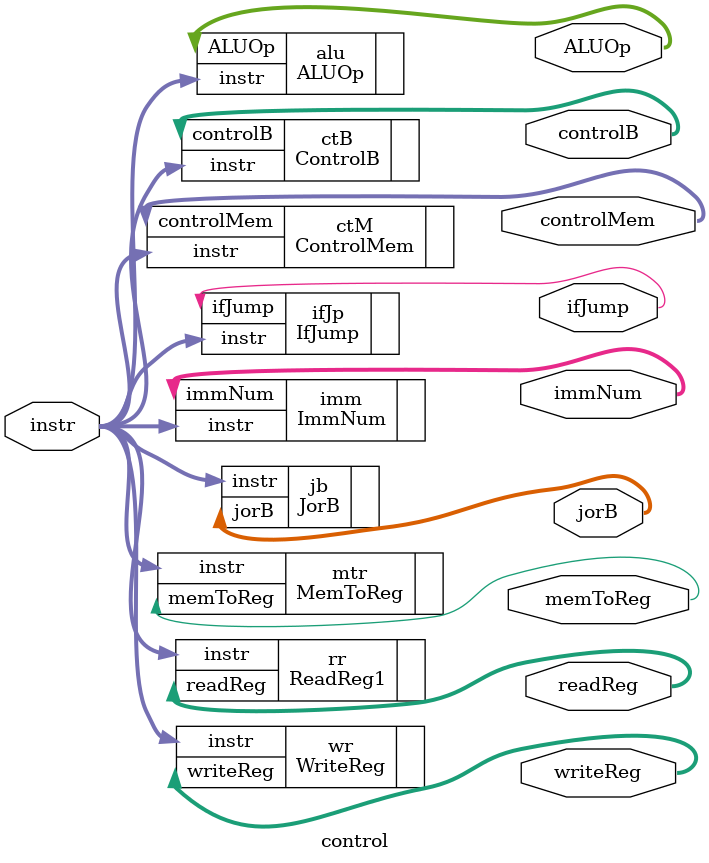
<source format=v>
`timescale 1ns / 1ps
module control(
    input [15:0] instr,
    output reg[3:0] ALUOp,
    output reg[1:0] controlB,
    output reg[1:0] controlMem,
    output reg ifJump,
    output reg[15:0] immNum,
    output reg[1:0] jorB,
    output reg memToReg,
    output reg[3:0] readReg,
    output reg[3:0] writeReg
    );
	ALUOp alu(		.instr(instr), .ALUOp(ALUOp));
	ControlB ctB(	.instr(instr), .controlB(controlB));
	ControlMem ctM(	.instr(instr), .controlMem(controlMem));
	IfJump ifJp(	.instr(instr), .ifJump(ifJump));
	ImmNum imm(		.instr(instr), .immNum(immNum));
	JorB jb(		.instr(instr), .jorB(jorB));
	MemToReg mtr(	.instr(instr), .memToReg(memToReg));
	ReadReg1 rr(	.instr(instr), .readReg(readReg));
	WriteReg wr(	.instr(instr), .writeReg(writeReg));

endmodule

</source>
